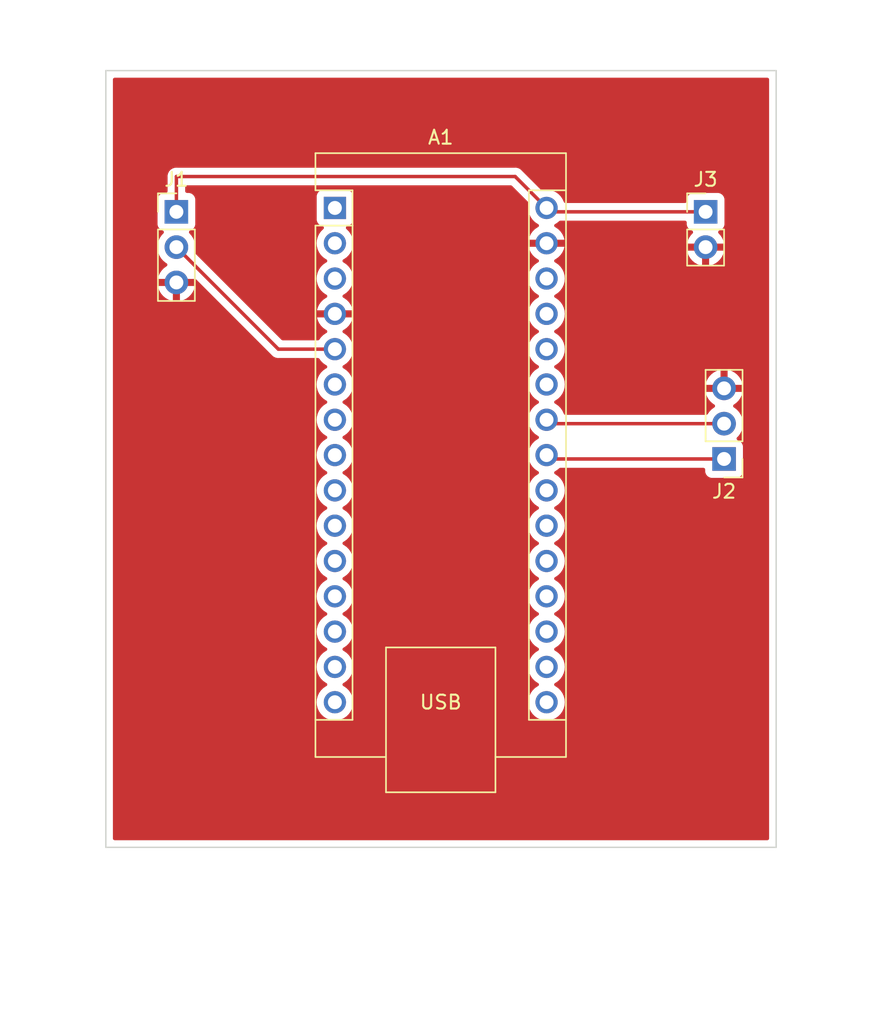
<source format=kicad_pcb>
(kicad_pcb (version 20211014) (generator pcbnew)
  (layers (0 "F.Cu" signal) (31 "B.Cu" signal) (34 "B.Paste" user) (35 "F.Paste" user) (36 "B.SilkS" user "B.Silkscreen") (37 "F.SilkS" user "F.Silkscreen") (38 "B.Mask" user) (39 "F.Mask" user) (44 "Edge.Cuts" user))
  (net 0 "")
  (net 4 "GND")
  (net 5 "/LED_D_OUT")
  (net 23 "/I2C_SDA")
  (net 24 "/I2C_SCL")
  (net 29 "+5V")
  (footprint "Module:Arduino_Nano" (layer "F.Cu") (at 140.95 73.38)
    (fp_text reference "A1" (at 7.62 -5.08) (layer "F.SilkS"))
    (fp_text value "Arduino_Nano_v3.x")
    (fp_text user "USB" (at 7.62 35.56 unlocked) (layer "F.SilkS"))
    (fp_line (start 1.27 36.83) (end -1.4 36.83) (layer "F.SilkS") (width 0.12))
    (fp_line (start 16.64 39.5) (end 16.64 -3.94) (layer "F.SilkS") (width 0.12))
    (fp_line (start 3.68 31.62) (end 11.56 31.62) (layer "F.SilkS") (width 0.12))
    (fp_line (start 16.64 39.5) (end 11.56 39.5) (layer "F.SilkS") (width 0.12))
    (fp_line (start 11.56 42.04) (end 3.68 42.04) (layer "F.SilkS") (width 0.12))
    (fp_line (start -1.4 39.5) (end 3.68 39.5) (layer "F.SilkS") (width 0.12))
    (fp_line (start 3.68 42.04) (end 3.68 31.62) (layer "F.SilkS") (width 0.12))
    (fp_line (start 1.27 1.27) (end 1.27 36.83) (layer "F.SilkS") (width 0.12))
    (fp_line (start 1.27 1.27) (end 1.27 -1.27) (layer "F.SilkS") (width 0.12))
    (fp_line (start 13.97 -1.27) (end 16.64 -1.27) (layer "F.SilkS") (width 0.12))
    (fp_line (start 13.97 36.83) (end 16.64 36.83) (layer "F.SilkS") (width 0.12))
    (fp_line (start 16.64 -3.94) (end -1.4 -3.94) (layer "F.SilkS") (width 0.12))
    (fp_line (start -1.4 -3.94) (end -1.4 -1.27) (layer "F.SilkS") (width 0.12))
    (fp_line (start 1.27 -1.27) (end -1.4 -1.27) (layer "F.SilkS") (width 0.12))
    (fp_line (start 11.56 31.62) (end 11.56 42.04) (layer "F.SilkS") (width 0.12))
    (fp_line (start -1.4 1.27) (end -1.4 39.5) (layer "F.SilkS") (width 0.12))
    (fp_line (start 1.27 1.27) (end -1.4 1.27) (layer "F.SilkS") (width 0.12))
    (fp_line (start 13.97 -1.27) (end 13.97 36.83) (layer "F.SilkS") (width 0.12))
    (pad "1" thru_hole rect (at 0 0) (size 1.6 1.6) (drill 1) (layers *.Cu *.Mask))
    (pad "2" thru_hole oval (at 0 2.54) (size 1.6 1.6) (drill 1) (layers *.Cu *.Mask))
    (pad "3" thru_hole oval (at 0 5.08) (size 1.6 1.6) (drill 1) (layers *.Cu *.Mask))
    (pad "4" thru_hole oval (at 0 7.62) (size 1.6 1.6) (drill 1) (layers *.Cu *.Mask) (net 4 "GND"))
    (pad "5" thru_hole oval (at 0 10.16) (size 1.6 1.6) (drill 1) (layers *.Cu *.Mask) (net 5 "/LED_D_OUT"))
    (pad "6" thru_hole oval (at 0 12.7) (size 1.6 1.6) (drill 1) (layers *.Cu *.Mask))
    (pad "7" thru_hole oval (at 0 15.24) (size 1.6 1.6) (drill 1) (layers *.Cu *.Mask))
    (pad "8" thru_hole oval (at 0 17.78) (size 1.6 1.6) (drill 1) (layers *.Cu *.Mask))
    (pad "9" thru_hole oval (at 0 20.32) (size 1.6 1.6) (drill 1) (layers *.Cu *.Mask))
    (pad "10" thru_hole oval (at 0 22.86) (size 1.6 1.6) (drill 1) (layers *.Cu *.Mask))
    (pad "11" thru_hole oval (at 0 25.4) (size 1.6 1.6) (drill 1) (layers *.Cu *.Mask))
    (pad "12" thru_hole oval (at 0 27.94) (size 1.6 1.6) (drill 1) (layers *.Cu *.Mask))
    (pad "13" thru_hole oval (at 0 30.48) (size 1.6 1.6) (drill 1) (layers *.Cu *.Mask))
    (pad "14" thru_hole oval (at 0 33.02) (size 1.6 1.6) (drill 1) (layers *.Cu *.Mask))
    (pad "15" thru_hole oval (at 0 35.56) (size 1.6 1.6) (drill 1) (layers *.Cu *.Mask))
    (pad "16" thru_hole oval (at 15.24 35.56) (size 1.6 1.6) (drill 1) (layers *.Cu *.Mask))
    (pad "17" thru_hole oval (at 15.24 33.02) (size 1.6 1.6) (drill 1) (layers *.Cu *.Mask))
    (pad "18" thru_hole oval (at 15.24 30.48) (size 1.6 1.6) (drill 1) (layers *.Cu *.Mask))
    (pad "19" thru_hole oval (at 15.24 27.94) (size 1.6 1.6) (drill 1) (layers *.Cu *.Mask))
    (pad "20" thru_hole oval (at 15.24 25.4) (size 1.6 1.6) (drill 1) (layers *.Cu *.Mask))
    (pad "21" thru_hole oval (at 15.24 22.86) (size 1.6 1.6) (drill 1) (layers *.Cu *.Mask))
    (pad "22" thru_hole oval (at 15.24 20.32) (size 1.6 1.6) (drill 1) (layers *.Cu *.Mask))
    (pad "23" thru_hole oval (at 15.24 17.78) (size 1.6 1.6) (drill 1) (layers *.Cu *.Mask) (net 23 "/I2C_SDA"))
    (pad "24" thru_hole oval (at 15.24 15.24) (size 1.6 1.6) (drill 1) (layers *.Cu *.Mask) (net 24 "/I2C_SCL"))
    (pad "25" thru_hole oval (at 15.24 12.7) (size 1.6 1.6) (drill 1) (layers *.Cu *.Mask))
    (pad "26" thru_hole oval (at 15.24 10.16) (size 1.6 1.6) (drill 1) (layers *.Cu *.Mask))
    (pad "27" thru_hole oval (at 15.24 7.62) (size 1.6 1.6) (drill 1) (layers *.Cu *.Mask))
    (pad "28" thru_hole oval (at 15.24 5.08) (size 1.6 1.6) (drill 1) (layers *.Cu *.Mask))
    (pad "29" thru_hole oval (at 15.24 2.54) (size 1.6 1.6) (drill 1) (layers *.Cu *.Mask) (net 4 "GND"))
    (pad "30" thru_hole oval (at 15.24 0) (size 1.6 1.6) (drill 1) (layers *.Cu *.Mask) (net 29 "+5V"))
  )
  (footprint "Connector_PinHeader_2.54mm:PinHeader_1x03_P2.54mm_Vertical" (layer "F.Cu") (at 129.54 73.66)
    (fp_text reference "J1" (at 0 -2.33) (layer "F.SilkS"))
    (fp_text value "Conn_01x03")
    (fp_line (start -1.33 1.27) (end 1.33 1.27) (layer "F.SilkS") (width 0.12))
    (fp_line (start 1.33 1.27) (end 1.33 6.41) (layer "F.SilkS") (width 0.12))
    (fp_line (start -1.33 6.41) (end 1.33 6.41) (layer "F.SilkS") (width 0.12))
    (fp_line (start -1.33 1.27) (end -1.33 6.41) (layer "F.SilkS") (width 0.12))
    (fp_line (start -1.33 -1.33) (end 0 -1.33) (layer "F.SilkS") (width 0.12))
    (fp_line (start -1.33 0) (end -1.33 -1.33) (layer "F.SilkS") (width 0.12))
    (pad "1" thru_hole rect (at 0 0) (size 1.7 1.7) (drill 1) (layers *.Cu *.Mask) (net 29 "+5V"))
    (pad "2" thru_hole oval (at 0 2.54) (size 1.7 1.7) (drill 1) (layers *.Cu *.Mask) (net 5 "/LED_D_OUT"))
    (pad "3" thru_hole oval (at 0 5.08) (size 1.7 1.7) (drill 1) (layers *.Cu *.Mask) (net 4 "GND"))
  )
  (footprint "Connector_PinHeader_2.54mm:PinHeader_1x03_P2.54mm_Vertical" (layer "F.Cu") (at 168.97 91.44 180)
    (fp_text reference "J2" (at 0 -2.33) (layer "F.SilkS"))
    (fp_text value "Conn_01x03")
    (fp_line (start -1.33 6.41) (end 1.33 6.41) (layer "F.SilkS") (width 0.12))
    (fp_line (start -1.33 1.27) (end -1.33 6.41) (layer "F.SilkS") (width 0.12))
    (fp_line (start -1.33 1.27) (end 1.33 1.27) (layer "F.SilkS") (width 0.12))
    (fp_line (start -1.33 0) (end -1.33 -1.33) (layer "F.SilkS") (width 0.12))
    (fp_line (start -1.33 -1.33) (end 0 -1.33) (layer "F.SilkS") (width 0.12))
    (fp_line (start 1.33 1.27) (end 1.33 6.41) (layer "F.SilkS") (width 0.12))
    (pad "1" thru_hole rect (at 0 0 180) (size 1.7 1.7) (drill 1) (layers *.Cu *.Mask) (net 23 "/I2C_SDA"))
    (pad "2" thru_hole oval (at 0 2.54 180) (size 1.7 1.7) (drill 1) (layers *.Cu *.Mask) (net 24 "/I2C_SCL"))
    (pad "3" thru_hole oval (at 0 5.08 180) (size 1.7 1.7) (drill 1) (layers *.Cu *.Mask) (net 4 "GND"))
  )
  (footprint "Connector_PinHeader_2.54mm:PinHeader_1x02_P2.54mm_Vertical" (layer "F.Cu") (at 167.64 73.66)
    (fp_text reference "J3" (at 0 -2.33) (layer "F.SilkS"))
    (fp_text value "Conn_01x02")
    (fp_line (start -1.33 0) (end -1.33 -1.33) (layer "F.SilkS") (width 0.12))
    (fp_line (start -1.33 1.27) (end -1.33 3.87) (layer "F.SilkS") (width 0.12))
    (fp_line (start -1.33 -1.33) (end 0 -1.33) (layer "F.SilkS") (width 0.12))
    (fp_line (start 1.33 1.27) (end 1.33 3.87) (layer "F.SilkS") (width 0.12))
    (fp_line (start -1.33 1.27) (end 1.33 1.27) (layer "F.SilkS") (width 0.12))
    (fp_line (start -1.33 3.87) (end 1.33 3.87) (layer "F.SilkS") (width 0.12))
    (pad "1" thru_hole rect (at 0 0) (size 1.7 1.7) (drill 1) (layers *.Cu *.Mask) (net 29 "+5V"))
    (pad "2" thru_hole oval (at 0 2.54) (size 1.7 1.7) (drill 1) (layers *.Cu *.Mask) (net 4 "GND"))
  )
  (gr_line (start 172.72 119.38) (end 124.46 119.38) (layer "Edge.Cuts") (width 0.1))
  (gr_line (start 124.46 63.5) (end 172.72 63.5) (layer "Edge.Cuts") (width 0.1))
  (gr_line (start 124.46 119.38) (end 124.46 63.5) (layer "Edge.Cuts") (width 0.1))
  (gr_line (start 172.72 63.5) (end 172.72 119.38) (layer "Edge.Cuts") (width 0.1))
  (segment (start 129.54 76.2) (end 136.88 83.54) (width 0.25) (layer "F.Cu") (net 5))
  (segment (start 136.88 83.54) (end 140.95 83.54) (width 0.25) (layer "F.Cu") (net 5))
  (segment (start 156.47 91.44) (end 156.19 91.16) (width 0.25) (layer "F.Cu") (net 23))
  (segment (start 168.97 91.44) (end 156.47 91.44) (width 0.25) (layer "F.Cu") (net 23))
  (segment (start 168.97 88.9) (end 156.47 88.9) (width 0.25) (layer "F.Cu") (net 24))
  (segment (start 156.47 88.9) (end 156.19 88.62) (width 0.25) (layer "F.Cu") (net 24))
  (segment (start 153.93 71.12) (end 156.19 73.38) (width 0.25) (layer "F.Cu") (net 29))
  (segment (start 129.54 71.12) (end 153.93 71.12) (width 0.25) (layer "F.Cu") (net 29))
  (segment (start 129.54 73.66) (end 129.54 71.12) (width 0.25) (layer "F.Cu") (net 29))
  (segment (start 167.64 73.66) (end 156.47 73.66) (width 0.25) (layer "F.Cu") (net 29))
  (segment (start 156.47 73.66) (end 156.19 73.38) (width 0.25) (layer "F.Cu") (net 29))
  (zone (net 4) (net_name "GND") (layer "F.Cu") (connect_pads (clearance 0.508)) (min_thickness 0.254) (fill yes (thermal_gap 0.508) (thermal_bridge_width 0.508))
    (polygon (pts (xy 180.34 132.08) (xy 116.84 132.08) (xy 116.84 58.42) (xy 180.34 58.42)))
  )
)
</source>
